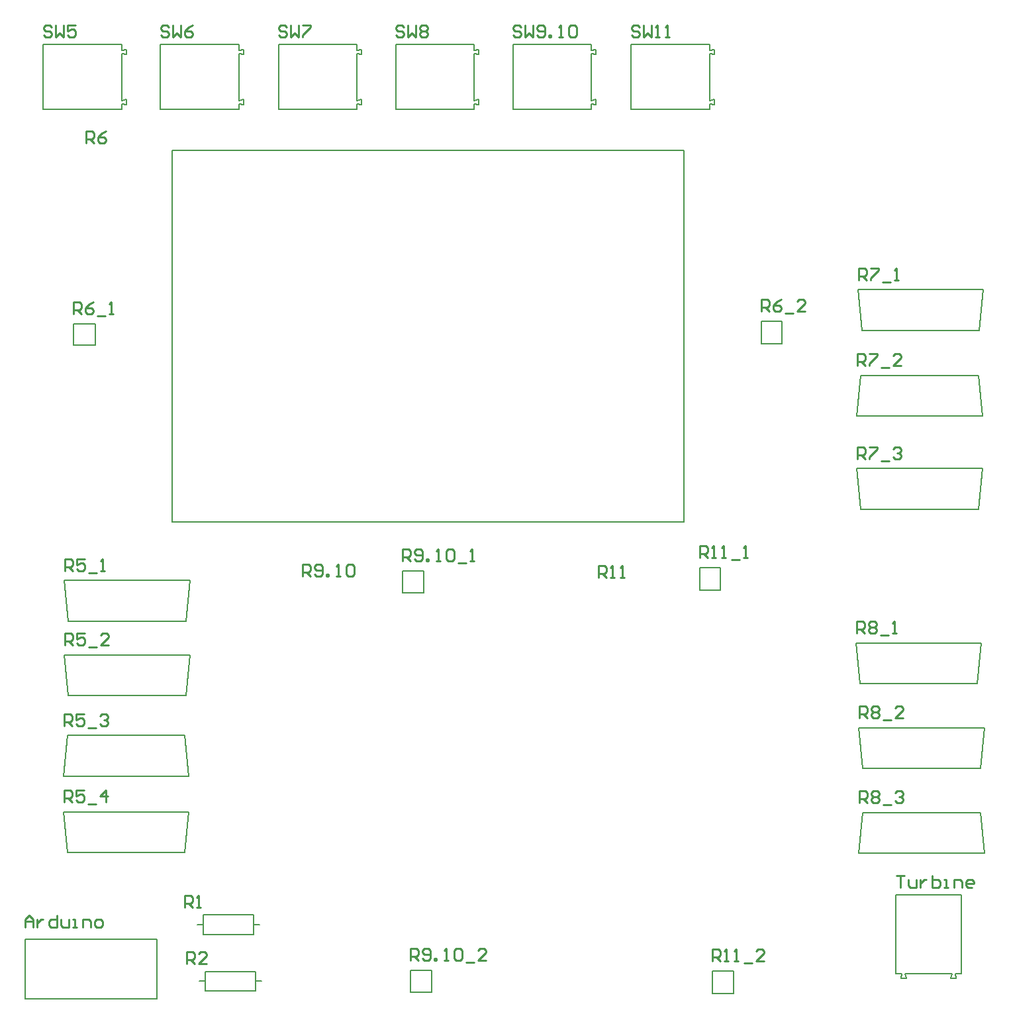
<source format=gbr>
%TF.GenerationSoftware,Altium Limited,Altium Designer,24.10.1 (45)*%
G04 Layer_Color=65535*
%FSLAX45Y45*%
%MOMM*%
%TF.SameCoordinates,FE7F3FAC-07A9-46B7-8817-9A63D08EFC34*%
%TF.FilePolarity,Positive*%
%TF.FileFunction,Legend,Top*%
%TF.Part,Single*%
G01*
G75*
%TA.AperFunction,NonConductor*%
%ADD11C,0.25400*%
%ADD23C,0.20000*%
%ADD24C,0.12700*%
D11*
X518127Y12679639D02*
X492735Y12705031D01*
X441952D01*
X416560Y12679639D01*
Y12654247D01*
X441952Y12628855D01*
X492735D01*
X518127Y12603463D01*
Y12578072D01*
X492735Y12552680D01*
X441952D01*
X416560Y12578072D01*
X568911Y12705031D02*
Y12552680D01*
X619694Y12603463D01*
X670478Y12552680D01*
Y12705031D01*
X822829D02*
X721261D01*
Y12628855D01*
X772045Y12654247D01*
X797437D01*
X822829Y12628855D01*
Y12578072D01*
X797437Y12552680D01*
X746653D01*
X721261Y12578072D01*
X9596120Y9042400D02*
Y9194751D01*
X9672295D01*
X9697687Y9169359D01*
Y9118575D01*
X9672295Y9093183D01*
X9596120D01*
X9646903D02*
X9697687Y9042400D01*
X9850038Y9194751D02*
X9799254Y9169359D01*
X9748471Y9118575D01*
Y9067792D01*
X9773863Y9042400D01*
X9824646D01*
X9850038Y9067792D01*
Y9093183D01*
X9824646Y9118575D01*
X9748471D01*
X9900821Y9017008D02*
X10002389D01*
X10154739Y9042400D02*
X10053172D01*
X10154739Y9143967D01*
Y9169359D01*
X10129348Y9194751D01*
X10078564D01*
X10053172Y9169359D01*
X5113020Y749300D02*
Y901651D01*
X5189195D01*
X5214587Y876259D01*
Y825475D01*
X5189195Y800083D01*
X5113020D01*
X5163803D02*
X5214587Y749300D01*
X5265371Y774692D02*
X5290763Y749300D01*
X5341546D01*
X5366938Y774692D01*
Y876259D01*
X5341546Y901651D01*
X5290763D01*
X5265371Y876259D01*
Y850867D01*
X5290763Y825475D01*
X5366938D01*
X5417721Y749300D02*
Y774692D01*
X5443113D01*
Y749300D01*
X5417721D01*
X5544680D02*
X5595464D01*
X5570072D01*
Y901651D01*
X5544680Y876259D01*
X5671639D02*
X5697031Y901651D01*
X5747815D01*
X5773206Y876259D01*
Y774692D01*
X5747815Y749300D01*
X5697031D01*
X5671639Y774692D01*
Y876259D01*
X5823990Y723908D02*
X5925557D01*
X6077908Y749300D02*
X5976341D01*
X6077908Y850867D01*
Y876259D01*
X6052516Y901651D01*
X6001732D01*
X5976341Y876259D01*
X5011420Y5854700D02*
Y6007051D01*
X5087595D01*
X5112987Y5981659D01*
Y5930875D01*
X5087595Y5905483D01*
X5011420D01*
X5062203D02*
X5112987Y5854700D01*
X5163771Y5880092D02*
X5189163Y5854700D01*
X5239946D01*
X5265338Y5880092D01*
Y5981659D01*
X5239946Y6007051D01*
X5189163D01*
X5163771Y5981659D01*
Y5956267D01*
X5189163Y5930875D01*
X5265338D01*
X5316121Y5854700D02*
Y5880092D01*
X5341513D01*
Y5854700D01*
X5316121D01*
X5443080D02*
X5493864D01*
X5468472D01*
Y6007051D01*
X5443080Y5981659D01*
X5570039D02*
X5595431Y6007051D01*
X5646215D01*
X5671606Y5981659D01*
Y5880092D01*
X5646215Y5854700D01*
X5595431D01*
X5570039Y5880092D01*
Y5981659D01*
X5722390Y5829308D02*
X5823957D01*
X5874741Y5854700D02*
X5925524D01*
X5900132D01*
Y6007051D01*
X5874741Y5981659D01*
X8973820Y736600D02*
Y888951D01*
X9049995D01*
X9075387Y863559D01*
Y812775D01*
X9049995Y787383D01*
X8973820D01*
X9024603D02*
X9075387Y736600D01*
X9126171D02*
X9176954D01*
X9151563D01*
Y888951D01*
X9126171Y863559D01*
X9253130Y736600D02*
X9303913D01*
X9278521D01*
Y888951D01*
X9253130Y863559D01*
X9380088Y711208D02*
X9481656D01*
X9634006Y736600D02*
X9532439D01*
X9634006Y838167D01*
Y863559D01*
X9608615Y888951D01*
X9557831D01*
X9532439Y863559D01*
X8808720Y5892800D02*
Y6045151D01*
X8884895D01*
X8910287Y6019759D01*
Y5968975D01*
X8884895Y5943583D01*
X8808720D01*
X8859503D02*
X8910287Y5892800D01*
X8961071D02*
X9011854D01*
X8986463D01*
Y6045151D01*
X8961071Y6019759D01*
X9088030Y5892800D02*
X9138813D01*
X9113421D01*
Y6045151D01*
X9088030Y6019759D01*
X9214988Y5867408D02*
X9316556D01*
X9367339Y5892800D02*
X9418123D01*
X9392731D01*
Y6045151D01*
X9367339Y6019759D01*
X800100Y9009380D02*
Y9161731D01*
X876275D01*
X901667Y9136339D01*
Y9085555D01*
X876275Y9060163D01*
X800100D01*
X850883D02*
X901667Y9009380D01*
X1054018Y9161731D02*
X1003234Y9136339D01*
X952451Y9085555D01*
Y9034772D01*
X977843Y9009380D01*
X1028626D01*
X1054018Y9034772D01*
Y9060163D01*
X1028626Y9085555D01*
X952451D01*
X1104801Y8983988D02*
X1206369D01*
X1257152Y9009380D02*
X1307936D01*
X1282544D01*
Y9161731D01*
X1257152Y9136339D01*
X180340Y1170940D02*
Y1272507D01*
X231123Y1323291D01*
X281907Y1272507D01*
Y1170940D01*
Y1247115D01*
X180340D01*
X332691Y1272507D02*
Y1170940D01*
Y1221723D01*
X358083Y1247115D01*
X383474Y1272507D01*
X408866D01*
X586609Y1323291D02*
Y1170940D01*
X510433D01*
X485041Y1196332D01*
Y1247115D01*
X510433Y1272507D01*
X586609D01*
X637392D02*
Y1196332D01*
X662784Y1170940D01*
X738959D01*
Y1272507D01*
X789743Y1170940D02*
X840526D01*
X815135D01*
Y1272507D01*
X789743D01*
X916702Y1170940D02*
Y1272507D01*
X992877D01*
X1018269Y1247115D01*
Y1170940D01*
X1094444D02*
X1145228D01*
X1170620Y1196332D01*
Y1247115D01*
X1145228Y1272507D01*
X1094444D01*
X1069052Y1247115D01*
Y1196332D01*
X1094444Y1170940D01*
X678180Y2768600D02*
Y2920951D01*
X754355D01*
X779747Y2895559D01*
Y2844775D01*
X754355Y2819383D01*
X678180D01*
X728963D02*
X779747Y2768600D01*
X932098Y2920951D02*
X830531D01*
Y2844775D01*
X881314Y2870167D01*
X906706D01*
X932098Y2844775D01*
Y2793992D01*
X906706Y2768600D01*
X855923D01*
X830531Y2793992D01*
X982881Y2743208D02*
X1084449D01*
X1211408Y2768600D02*
Y2920951D01*
X1135232Y2844775D01*
X1236799D01*
X690880Y4775200D02*
Y4927551D01*
X767055D01*
X792447Y4902159D01*
Y4851375D01*
X767055Y4825983D01*
X690880D01*
X741663D02*
X792447Y4775200D01*
X944798Y4927551D02*
X843231D01*
Y4851375D01*
X894014Y4876767D01*
X919406D01*
X944798Y4851375D01*
Y4800592D01*
X919406Y4775200D01*
X868623D01*
X843231Y4800592D01*
X995581Y4749808D02*
X1097149D01*
X1249499Y4775200D02*
X1147932D01*
X1249499Y4876767D01*
Y4902159D01*
X1224108Y4927551D01*
X1173324D01*
X1147932Y4902159D01*
X690880Y5727700D02*
Y5880051D01*
X767055D01*
X792447Y5854659D01*
Y5803875D01*
X767055Y5778483D01*
X690880D01*
X741663D02*
X792447Y5727700D01*
X944798Y5880051D02*
X843231D01*
Y5803875D01*
X894014Y5829267D01*
X919406D01*
X944798Y5803875D01*
Y5753092D01*
X919406Y5727700D01*
X868623D01*
X843231Y5753092D01*
X995581Y5702308D02*
X1097149D01*
X1147932Y5727700D02*
X1198716D01*
X1173324D01*
Y5880051D01*
X1147932Y5854659D01*
X678180Y3746500D02*
Y3898851D01*
X754355D01*
X779747Y3873459D01*
Y3822675D01*
X754355Y3797283D01*
X678180D01*
X728963D02*
X779747Y3746500D01*
X932098Y3898851D02*
X830531D01*
Y3822675D01*
X881314Y3848067D01*
X906706D01*
X932098Y3822675D01*
Y3771892D01*
X906706Y3746500D01*
X855923D01*
X830531Y3771892D01*
X982881Y3721108D02*
X1084449D01*
X1135232Y3873459D02*
X1160624Y3898851D01*
X1211408D01*
X1236799Y3873459D01*
Y3848067D01*
X1211408Y3822675D01*
X1186016D01*
X1211408D01*
X1236799Y3797283D01*
Y3771892D01*
X1211408Y3746500D01*
X1160624D01*
X1135232Y3771892D01*
X10850880Y2760980D02*
Y2913331D01*
X10927055D01*
X10952447Y2887939D01*
Y2837155D01*
X10927055Y2811763D01*
X10850880D01*
X10901663D02*
X10952447Y2760980D01*
X11003231Y2887939D02*
X11028623Y2913331D01*
X11079406D01*
X11104798Y2887939D01*
Y2862547D01*
X11079406Y2837155D01*
X11104798Y2811763D01*
Y2786372D01*
X11079406Y2760980D01*
X11028623D01*
X11003231Y2786372D01*
Y2811763D01*
X11028623Y2837155D01*
X11003231Y2862547D01*
Y2887939D01*
X11028623Y2837155D02*
X11079406D01*
X11155581Y2735588D02*
X11257149D01*
X11307932Y2887939D02*
X11333324Y2913331D01*
X11384108D01*
X11409499Y2887939D01*
Y2862547D01*
X11384108Y2837155D01*
X11358716D01*
X11384108D01*
X11409499Y2811763D01*
Y2786372D01*
X11384108Y2760980D01*
X11333324D01*
X11307932Y2786372D01*
X10850880Y3845560D02*
Y3997911D01*
X10927055D01*
X10952447Y3972519D01*
Y3921735D01*
X10927055Y3896343D01*
X10850880D01*
X10901663D02*
X10952447Y3845560D01*
X11003231Y3972519D02*
X11028623Y3997911D01*
X11079406D01*
X11104798Y3972519D01*
Y3947127D01*
X11079406Y3921735D01*
X11104798Y3896343D01*
Y3870952D01*
X11079406Y3845560D01*
X11028623D01*
X11003231Y3870952D01*
Y3896343D01*
X11028623Y3921735D01*
X11003231Y3947127D01*
Y3972519D01*
X11028623Y3921735D02*
X11079406D01*
X11155581Y3820168D02*
X11257149D01*
X11409499Y3845560D02*
X11307932D01*
X11409499Y3947127D01*
Y3972519D01*
X11384108Y3997911D01*
X11333324D01*
X11307932Y3972519D01*
X10812780Y4927600D02*
Y5079951D01*
X10888955D01*
X10914347Y5054559D01*
Y5003775D01*
X10888955Y4978383D01*
X10812780D01*
X10863563D02*
X10914347Y4927600D01*
X10965131Y5054559D02*
X10990523Y5079951D01*
X11041306D01*
X11066698Y5054559D01*
Y5029167D01*
X11041306Y5003775D01*
X11066698Y4978383D01*
Y4952992D01*
X11041306Y4927600D01*
X10990523D01*
X10965131Y4952992D01*
Y4978383D01*
X10990523Y5003775D01*
X10965131Y5029167D01*
Y5054559D01*
X10990523Y5003775D02*
X11041306D01*
X11117481Y4902208D02*
X11219049D01*
X11269832Y4927600D02*
X11320616D01*
X11295224D01*
Y5079951D01*
X11269832Y5054559D01*
X6525227Y12679639D02*
X6499835Y12705031D01*
X6449052D01*
X6423660Y12679639D01*
Y12654247D01*
X6449052Y12628855D01*
X6499835D01*
X6525227Y12603463D01*
Y12578072D01*
X6499835Y12552680D01*
X6449052D01*
X6423660Y12578072D01*
X6576011Y12705031D02*
Y12552680D01*
X6626794Y12603463D01*
X6677578Y12552680D01*
Y12705031D01*
X6728361Y12578072D02*
X6753753Y12552680D01*
X6804537D01*
X6829929Y12578072D01*
Y12679639D01*
X6804537Y12705031D01*
X6753753D01*
X6728361Y12679639D01*
Y12654247D01*
X6753753Y12628855D01*
X6829929D01*
X6880712Y12552680D02*
Y12578072D01*
X6906104D01*
Y12552680D01*
X6880712D01*
X7007671D02*
X7058455D01*
X7033063D01*
Y12705031D01*
X7007671Y12679639D01*
X7134630D02*
X7160022Y12705031D01*
X7210805D01*
X7236197Y12679639D01*
Y12578072D01*
X7210805Y12552680D01*
X7160022D01*
X7134630Y12578072D01*
Y12679639D01*
X8036527D02*
X8011135Y12705031D01*
X7960352D01*
X7934960Y12679639D01*
Y12654247D01*
X7960352Y12628855D01*
X8011135D01*
X8036527Y12603463D01*
Y12578072D01*
X8011135Y12552680D01*
X7960352D01*
X7934960Y12578072D01*
X8087311Y12705031D02*
Y12552680D01*
X8138094Y12603463D01*
X8188878Y12552680D01*
Y12705031D01*
X8239661Y12552680D02*
X8290445D01*
X8265053D01*
Y12705031D01*
X8239661Y12679639D01*
X8366620Y12552680D02*
X8417404D01*
X8392012D01*
Y12705031D01*
X8366620Y12679639D01*
X7518400Y5646420D02*
Y5798771D01*
X7594575D01*
X7619967Y5773379D01*
Y5722595D01*
X7594575Y5697203D01*
X7518400D01*
X7569183D02*
X7619967Y5646420D01*
X7670751D02*
X7721534D01*
X7696143D01*
Y5798771D01*
X7670751Y5773379D01*
X7797710Y5646420D02*
X7848493D01*
X7823101D01*
Y5798771D01*
X7797710Y5773379D01*
X965200Y11196320D02*
Y11348671D01*
X1041375D01*
X1066767Y11323279D01*
Y11272495D01*
X1041375Y11247103D01*
X965200D01*
X1015983D02*
X1066767Y11196320D01*
X1219118Y11348671D02*
X1168334Y11323279D01*
X1117551Y11272495D01*
Y11221712D01*
X1142943Y11196320D01*
X1193726D01*
X1219118Y11221712D01*
Y11247103D01*
X1193726Y11272495D01*
X1117551D01*
X3733800Y5659120D02*
Y5811471D01*
X3809975D01*
X3835367Y5786079D01*
Y5735295D01*
X3809975Y5709903D01*
X3733800D01*
X3784583D02*
X3835367Y5659120D01*
X3886151Y5684512D02*
X3911543Y5659120D01*
X3962326D01*
X3987718Y5684512D01*
Y5786079D01*
X3962326Y5811471D01*
X3911543D01*
X3886151Y5786079D01*
Y5760687D01*
X3911543Y5735295D01*
X3987718D01*
X4038501Y5659120D02*
Y5684512D01*
X4063893D01*
Y5659120D01*
X4038501D01*
X4165460D02*
X4216244D01*
X4190852D01*
Y5811471D01*
X4165460Y5786079D01*
X4292419D02*
X4317811Y5811471D01*
X4368595D01*
X4393986Y5786079D01*
Y5684512D01*
X4368595Y5659120D01*
X4317811D01*
X4292419Y5684512D01*
Y5786079D01*
X2016727Y12679639D02*
X1991335Y12705031D01*
X1940552D01*
X1915160Y12679639D01*
Y12654247D01*
X1940552Y12628855D01*
X1991335D01*
X2016727Y12603463D01*
Y12578072D01*
X1991335Y12552680D01*
X1940552D01*
X1915160Y12578072D01*
X2067511Y12705031D02*
Y12552680D01*
X2118294Y12603463D01*
X2169078Y12552680D01*
Y12705031D01*
X2321429D02*
X2270645Y12679639D01*
X2219861Y12628855D01*
Y12578072D01*
X2245253Y12552680D01*
X2296037D01*
X2321429Y12578072D01*
Y12603463D01*
X2296037Y12628855D01*
X2219861D01*
X3528027Y12679639D02*
X3502635Y12705031D01*
X3451852D01*
X3426460Y12679639D01*
Y12654247D01*
X3451852Y12628855D01*
X3502635D01*
X3528027Y12603463D01*
Y12578072D01*
X3502635Y12552680D01*
X3451852D01*
X3426460Y12578072D01*
X3578811Y12705031D02*
Y12552680D01*
X3629594Y12603463D01*
X3680378Y12552680D01*
Y12705031D01*
X3731161D02*
X3832729D01*
Y12679639D01*
X3731161Y12578072D01*
Y12552680D01*
X10825480Y7160260D02*
Y7312611D01*
X10901655D01*
X10927047Y7287219D01*
Y7236435D01*
X10901655Y7211043D01*
X10825480D01*
X10876263D02*
X10927047Y7160260D01*
X10977831Y7312611D02*
X11079398D01*
Y7287219D01*
X10977831Y7185652D01*
Y7160260D01*
X11130181Y7134868D02*
X11231749D01*
X11282532Y7287219D02*
X11307924Y7312611D01*
X11358708D01*
X11384099Y7287219D01*
Y7261827D01*
X11358708Y7236435D01*
X11333316D01*
X11358708D01*
X11384099Y7211043D01*
Y7185652D01*
X11358708Y7160260D01*
X11307924D01*
X11282532Y7185652D01*
X10825480Y8348980D02*
Y8501331D01*
X10901655D01*
X10927047Y8475939D01*
Y8425155D01*
X10901655Y8399763D01*
X10825480D01*
X10876263D02*
X10927047Y8348980D01*
X10977831Y8501331D02*
X11079398D01*
Y8475939D01*
X10977831Y8374372D01*
Y8348980D01*
X11130181Y8323588D02*
X11231749D01*
X11384099Y8348980D02*
X11282532D01*
X11384099Y8450547D01*
Y8475939D01*
X11358708Y8501331D01*
X11307924D01*
X11282532Y8475939D01*
X10838180Y9446260D02*
Y9598611D01*
X10914355D01*
X10939747Y9573219D01*
Y9522435D01*
X10914355Y9497043D01*
X10838180D01*
X10888963D02*
X10939747Y9446260D01*
X10990531Y9598611D02*
X11092098D01*
Y9573219D01*
X10990531Y9471652D01*
Y9446260D01*
X11142881Y9420868D02*
X11244449D01*
X11295232Y9446260D02*
X11346016D01*
X11320624D01*
Y9598611D01*
X11295232Y9573219D01*
X5026627Y12679639D02*
X5001235Y12705031D01*
X4950452D01*
X4925060Y12679639D01*
Y12654247D01*
X4950452Y12628855D01*
X5001235D01*
X5026627Y12603463D01*
Y12578072D01*
X5001235Y12552680D01*
X4950452D01*
X4925060Y12578072D01*
X5077411Y12705031D02*
Y12552680D01*
X5128194Y12603463D01*
X5178978Y12552680D01*
Y12705031D01*
X5229761Y12679639D02*
X5255153Y12705031D01*
X5305937D01*
X5331329Y12679639D01*
Y12654247D01*
X5305937Y12628855D01*
X5331329Y12603463D01*
Y12578072D01*
X5305937Y12552680D01*
X5255153D01*
X5229761Y12578072D01*
Y12603463D01*
X5255153Y12628855D01*
X5229761Y12654247D01*
Y12679639D01*
X5255153Y12628855D02*
X5305937D01*
X2250440Y703580D02*
Y855931D01*
X2326615D01*
X2352007Y830539D01*
Y779755D01*
X2326615Y754363D01*
X2250440D01*
X2301223D02*
X2352007Y703580D01*
X2504358D02*
X2402791D01*
X2504358Y805147D01*
Y830539D01*
X2478966Y855931D01*
X2428183D01*
X2402791Y830539D01*
X2225040Y1427480D02*
Y1579831D01*
X2301215D01*
X2326607Y1554439D01*
Y1503655D01*
X2301215Y1478263D01*
X2225040D01*
X2275823D02*
X2326607Y1427480D01*
X2377391D02*
X2428174D01*
X2402783D01*
Y1579831D01*
X2377391Y1554439D01*
X11323320Y1833831D02*
X11424887D01*
X11374103D01*
Y1681480D01*
X11475671Y1783047D02*
Y1706872D01*
X11501063Y1681480D01*
X11577238D01*
Y1783047D01*
X11628021D02*
Y1681480D01*
Y1732263D01*
X11653413Y1757655D01*
X11678805Y1783047D01*
X11704197D01*
X11780372Y1833831D02*
Y1681480D01*
X11856548D01*
X11881939Y1706872D01*
Y1732263D01*
Y1757655D01*
X11856548Y1783047D01*
X11780372D01*
X11932723Y1681480D02*
X11983506D01*
X11958115D01*
Y1783047D01*
X11932723D01*
X12059682Y1681480D02*
Y1783047D01*
X12135857D01*
X12161249Y1757655D01*
Y1681480D01*
X12288208D02*
X12237424D01*
X12212032Y1706872D01*
Y1757655D01*
X12237424Y1783047D01*
X12288208D01*
X12313600Y1757655D01*
Y1732263D01*
X12212032D01*
D23*
X1414400Y11739600D02*
Y12339600D01*
Y12379600D02*
Y12454600D01*
Y12339600D02*
X1474400Y12327100D01*
X1414400Y12379600D02*
X1474400Y12392100D01*
Y12327100D02*
Y12392100D01*
X1414400Y11624600D02*
Y11699600D01*
X1474400Y11687100D01*
X1414400Y11739600D02*
X1474400Y11752100D01*
Y11687100D02*
Y11752100D01*
X414401Y11624600D02*
Y12454600D01*
X1414400D01*
X414401Y11624600D02*
X1414400D01*
X9593700Y8917700D02*
X9862700D01*
X9593700Y8633700D02*
Y8917700D01*
Y8633700D02*
X9862700D01*
Y8917700D01*
X5110600Y624600D02*
X5379600D01*
X5110600Y340600D02*
Y624600D01*
Y340600D02*
X5379600D01*
Y624600D01*
X5009000Y5730000D02*
X5278000D01*
X5009000Y5446000D02*
Y5730000D01*
Y5446000D02*
X5278000D01*
Y5730000D01*
X8971400Y611900D02*
X9240400D01*
X8971400Y327900D02*
Y611900D01*
Y327900D02*
X9240400D01*
Y611900D01*
X8806300Y5768100D02*
X9075300D01*
X8806300Y5484100D02*
Y5768100D01*
Y5484100D02*
X9075300D01*
Y5768100D01*
X1081800Y8615800D02*
Y8884800D01*
X797800D02*
X1081800D01*
X797800Y8615800D02*
Y8884800D01*
Y8615800D02*
X1081800D01*
X2223700Y2127100D02*
X2273700Y2648100D01*
X672700D02*
X722700Y2127100D01*
X2223700D01*
X672700Y2648100D02*
X2273700D01*
X2236400Y4133700D02*
X2286400Y4654700D01*
X685400D02*
X735400Y4133700D01*
X2236400D01*
X685400Y4654700D02*
X2286400D01*
X2236400Y5086200D02*
X2286400Y5607200D01*
X685400D02*
X735400Y5086200D01*
X2236400D01*
X685400Y5607200D02*
X2286400D01*
X672700Y3105000D02*
X722700Y3626000D01*
X2223700D02*
X2273700Y3105000D01*
X722700Y3626000D02*
X2223700D01*
X672700Y3105000D02*
X2273700D01*
X10845400Y2118500D02*
X10895400Y2639500D01*
X12396400D02*
X12446400Y2118500D01*
X10895400Y2639500D02*
X12396400D01*
X10845400Y2118500D02*
X12446400D01*
X12396400Y3202500D02*
X12446400Y3723500D01*
X10845400D02*
X10895400Y3202500D01*
X12396400D01*
X10845400Y3723500D02*
X12446400D01*
X12358300Y4286100D02*
X12408300Y4807100D01*
X10807300D02*
X10857300Y4286100D01*
X12358300D01*
X10807300Y4807100D02*
X12408300D01*
X7421500Y11739600D02*
Y12339600D01*
Y12379600D02*
Y12454600D01*
Y12339600D02*
X7481500Y12327100D01*
X7421500Y12379600D02*
X7481500Y12392100D01*
Y12327100D02*
Y12392100D01*
X7421500Y11624600D02*
Y11699600D01*
X7481500Y11687100D01*
X7421500Y11739600D02*
X7481500Y11752100D01*
Y11687100D02*
Y11752100D01*
X6421501Y11624600D02*
Y12454600D01*
X7421500D01*
X6421501Y11624600D02*
X7421500D01*
X8932800Y11739600D02*
Y12339600D01*
Y12379600D02*
Y12454600D01*
Y12339600D02*
X8992800Y12327100D01*
X8932800Y12379600D02*
X8992800Y12392100D01*
Y12327100D02*
Y12392100D01*
X8932800Y11624600D02*
Y11699600D01*
X8992800Y11687100D01*
X8932800Y11739600D02*
X8992800Y11752100D01*
Y11687100D02*
Y11752100D01*
X7932801Y11624600D02*
Y12454600D01*
X8932800D01*
X7932801Y11624600D02*
X8932800D01*
X2059000Y6349900D02*
Y11099900D01*
Y6349900D02*
X8609000D01*
Y11099900D01*
X2059000D02*
X8609000D01*
X2913000Y11739600D02*
Y12339600D01*
Y12379600D02*
Y12454600D01*
Y12339600D02*
X2973000Y12327100D01*
X2913000Y12379600D02*
X2973000Y12392100D01*
Y12327100D02*
Y12392100D01*
X2913000Y11624600D02*
Y11699600D01*
X2973000Y11687100D01*
X2913000Y11739600D02*
X2973000Y11752100D01*
Y11687100D02*
Y11752100D01*
X1913001Y11624600D02*
Y12454600D01*
X2913000D01*
X1913001Y11624600D02*
X2913000D01*
X4424300Y11739600D02*
Y12339600D01*
Y12379600D02*
Y12454600D01*
Y12339600D02*
X4484300Y12327100D01*
X4424300Y12379600D02*
X4484300Y12392100D01*
Y12327100D02*
Y12392100D01*
X4424300Y11624600D02*
Y11699600D01*
X4484300Y11687100D01*
X4424300Y11739600D02*
X4484300Y11752100D01*
Y11687100D02*
Y11752100D01*
X3424301Y11624600D02*
Y12454600D01*
X4424300D01*
X3424301Y11624600D02*
X4424300D01*
X12371000Y6517200D02*
X12421000Y7038200D01*
X10820000D02*
X10870000Y6517200D01*
X12371000D01*
X10820000Y7038200D02*
X12421000D01*
X10820000Y7706500D02*
X10870000Y8227500D01*
X12371000D02*
X12421000Y7706500D01*
X10870000Y8227500D02*
X12371000D01*
X10820000Y7706500D02*
X12421000D01*
X12383700Y8803200D02*
X12433700Y9324200D01*
X10832700D02*
X10882700Y8803200D01*
X12383700D01*
X10832700Y9324200D02*
X12433700D01*
X5922900Y11739600D02*
Y12339600D01*
Y12379600D02*
Y12454600D01*
Y12339600D02*
X5982900Y12327100D01*
X5922900Y12379600D02*
X5982900Y12392100D01*
Y12327100D02*
Y12392100D01*
X5922900Y11624600D02*
Y11699600D01*
X5982900Y11687100D01*
X5922900Y11739600D02*
X5982900Y11752100D01*
Y11687100D02*
Y11752100D01*
X4922901Y11624600D02*
Y12454600D01*
X5922900D01*
X4922901Y11624600D02*
X5922900D01*
X3131700Y482600D02*
X3204200D01*
X2409200D02*
X2481700D01*
Y357600D02*
Y607600D01*
Y357600D02*
X3131700D01*
Y607600D01*
X2481700D02*
X3131700D01*
X3106300Y1206500D02*
X3178800D01*
X2383800D02*
X2456300D01*
Y1081500D02*
Y1331500D01*
Y1081500D02*
X3106300D01*
Y1331500D01*
X2456300D02*
X3106300D01*
X11434800Y583500D02*
X12034800D01*
X12074800D02*
X12149800D01*
X12022300Y523501D02*
X12034800Y583500D01*
X12074800D02*
X12087300Y523501D01*
X12022300D02*
X12087300D01*
X11319800Y583500D02*
X11394800D01*
X11382300Y523501D02*
X11394800Y583500D01*
X11434800D02*
X11447300Y523501D01*
X11382300D02*
X11447300D01*
X11319800Y1583499D02*
X12149800D01*
Y583500D02*
Y1583499D01*
X11319800Y583500D02*
Y1583499D01*
D24*
X182700Y1016000D02*
X1867700D01*
Y254000D02*
Y1016000D01*
X182700Y254000D02*
X1867700D01*
X182700D02*
Y1016000D01*
%TF.MD5,1c66f668579202e0c9bb72825297c9c1*%
M02*

</source>
